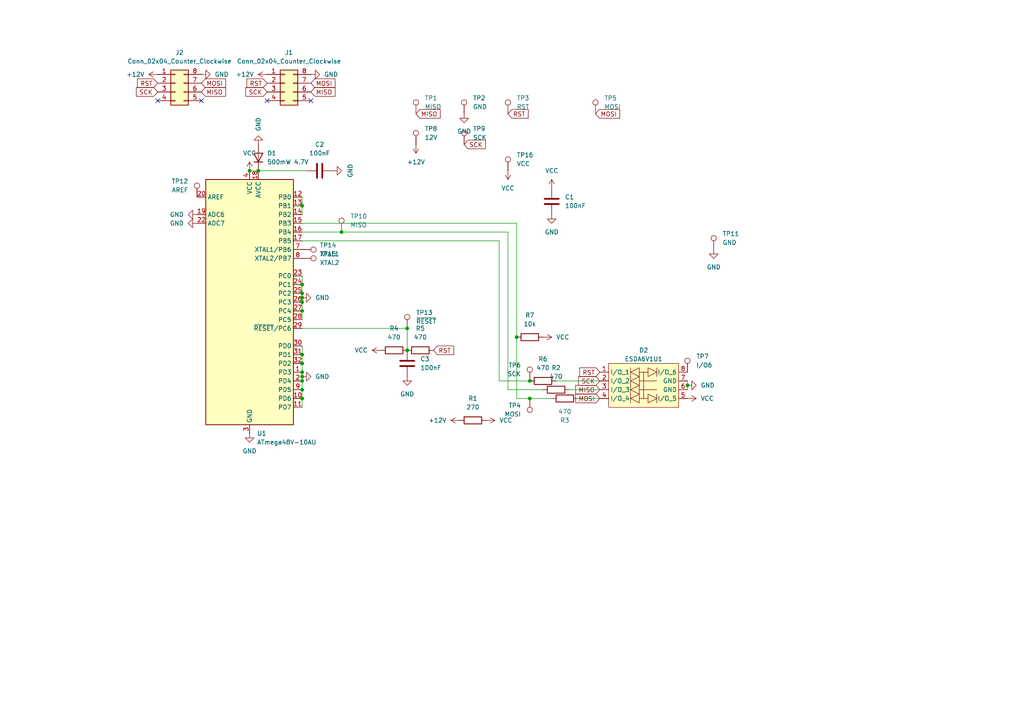
<source format=kicad_sch>
(kicad_sch (version 20250114) (generator "eeschema") (generator_version "9.0")
  (paper "A4")
  (lib_symbols
    (symbol "Connector:TestPoint" (pin_numbers (hide yes)) (pin_names (offset 0.762) (hide yes))
      (property "Reference" "TP" (at 0 6.858 0))
      (property "Value" "TestPoint" (at 0 5.08 0))
      (symbol "TestPoint_0_1"
        (circle (center 0 3.302) (radius 0.762))
      )
      (symbol "TestPoint_1_1"
        (pin passive line (at 0 0 90) (length 2.54) (name "1") (number "1"))
      )
    )
    (symbol "Connector_Generic:Conn_02x04_Counter_Clockwise" (pin_names (offset 1.016) (hide yes))
      (property "Reference" "J" (at 1.27 5.08 0))
      (property "Value" "Conn_02x04_Counter_Clockwise" (at 1.27 -7.62 0))
      (symbol "Conn_02x04_Counter_Clockwise_1_1"
        (rectangle (start -1.27 3.81) (end 3.81 -6.35) (stroke (width 0.254)) (fill (type background)))
        (rectangle (start -1.27 2.667) (end 0 2.413) (stroke (width 0.1524)))
        (rectangle (start -1.27 0.127) (end 0 -0.127) (stroke (width 0.1524)))
        (rectangle (start -1.27 -2.413) (end 0 -2.667) (stroke (width 0.1524)))
        (rectangle (start -1.27 -4.953) (end 0 -5.207) (stroke (width 0.1524)))
        (rectangle (start 3.81 2.667) (end 2.54 2.413) (stroke (width 0.1524)))
        (rectangle (start 3.81 0.127) (end 2.54 -0.127) (stroke (width 0.1524)))
        (rectangle (start 3.81 -2.413) (end 2.54 -2.667) (stroke (width 0.1524)))
        (rectangle (start 3.81 -4.953) (end 2.54 -5.207) (stroke (width 0.1524)))
        (pin passive line (at -5.08 2.54 0) (length 3.81) (name "Pin_1") (number "1"))
        (pin passive line (at -5.08 0 0) (length 3.81) (name "Pin_2") (number "2"))
        (pin passive line (at -5.08 -2.54 0) (length 3.81) (name "Pin_3") (number "3"))
        (pin passive line (at -5.08 -5.08 0) (length 3.81) (name "Pin_4") (number "4"))
        (pin passive line (at 7.62 2.54 180) (length 3.81) (name "Pin_8") (number "8"))
        (pin passive line (at 7.62 0 180) (length 3.81) (name "Pin_7") (number "7"))
        (pin passive line (at 7.62 -2.54 180) (length 3.81) (name "Pin_6") (number "6"))
        (pin passive line (at 7.62 -5.08 180) (length 3.81) (name "Pin_5") (number "5"))
      )
    )
    (symbol "Device:C" (pin_numbers (hide yes)) (pin_names (offset 0.254))
      (property "Reference" "C" (at 0.635 2.54 0))
      (property "Value" "C" (at 0.635 -2.54 0))
      (symbol "C_0_1"
        (polyline (pts (xy -2.032 0.762) (xy 2.032 0.762)) (stroke (width 0.508)))
        (polyline (pts (xy -2.032 -0.762) (xy 2.032 -0.762)) (stroke (width 0.508)))
      )
      (symbol "C_1_1"
        (pin passive line (at 0 3.81 270) (length 2.794) (name "~") (number "1"))
        (pin passive line (at 0 -3.81 90) (length 2.794) (name "~") (number "2"))
      )
    )
    (symbol "Device:D" (pin_numbers (hide yes)) (pin_names (offset 1.016) (hide yes))
      (property "Reference" "D" (at 0 2.54 0))
      (property "Value" "D" (at 0 -2.54 0))
      (symbol "D_0_1"
        (polyline (pts (xy -1.27 1.27) (xy -1.27 -1.27)) (stroke (width 0.254)))
        (polyline (pts (xy 1.27 1.27) (xy 1.27 -1.27) (xy -1.27 0) (xy 1.27 1.27)) (stroke (width 0.254)))
        (polyline (pts (xy 1.27 0) (xy -1.27 0)))
      )
      (symbol "D_1_1"
        (pin passive line (at -3.81 0 0) (length 2.54) (name "K") (number "1"))
        (pin passive line (at 3.81 0 180) (length 2.54) (name "A") (number "2"))
      )
    )
    (symbol "Device:R" (pin_numbers (hide yes)) (pin_names (offset 0))
      (property "Reference" "R" (at 2.032 0 90))
      (property "Value" "R" (at 0 0 90))
      (symbol "R_0_1"
        (rectangle (start -1.016 -2.54) (end 1.016 2.54) (stroke (width 0.254)))
      )
      (symbol "R_1_1"
        (pin passive line (at 0 3.81 270) (length 1.27) (name "~") (number "1"))
        (pin passive line (at 0 -3.81 90) (length 1.27) (name "~") (number "2"))
      )
    )
    (symbol "MCU_Microchip_ATmega:ATmega48-20A"
      (property "Reference" "U" (at -12.7 36.83 0))
      (property "Value" "ATmega48-20A" (at 2.54 -36.83 0))
      (symbol "ATmega48-20A_0_1"
        (rectangle (start -12.7 -35.56) (end 12.7 35.56) (stroke (width 0.254)) (fill (type background)))
      )
      (symbol "ATmega48-20A_1_1"
        (pin passive line (at -15.24 30.48 0) (length 2.54) (name "AREF") (number "20"))
        (pin input line (at -15.24 25.4 0) (length 2.54) (name "ADC6") (number "19"))
        (pin input line (at -15.24 22.86 0) (length 2.54) (name "ADC7") (number "22"))
        (pin power_in line (at 0 38.1 270) (length 2.54) (name "VCC") (number "4"))
        (pin passive line (at 0 38.1 270) (length 2.54) (hide yes) (name "VCC") (number "6"))
        (pin passive line (at 0 -38.1 90) (length 2.54) (hide yes) (name "GND") (number "21"))
        (pin power_in line (at 0 -38.1 90) (length 2.54) (name "GND") (number "3"))
        (pin passive line (at 0 -38.1 90) (length 2.54) (hide yes) (name "GND") (number "5"))
        (pin power_in line (at 2.54 38.1 270) (length 2.54) (name "AVCC") (number "18"))
        (pin bidirectional line (at 15.24 30.48 180) (length 2.54) (name "PB0") (number "12"))
        (pin bidirectional line (at 15.24 27.94 180) (length 2.54) (name "PB1") (number "13"))
        (pin bidirectional line (at 15.24 25.4 180) (length 2.54) (name "PB2") (number "14"))
        (pin bidirectional line (at 15.24 22.86 180) (length 2.54) (name "PB3") (number "15"))
        (pin bidirectional line (at 15.24 20.32 180) (length 2.54) (name "PB4") (number "16"))
        (pin bidirectional line (at 15.24 17.78 180) (length 2.54) (name "PB5") (number "17"))
        (pin bidirectional line (at 15.24 15.24 180) (length 2.54) (name "XTAL1/PB6") (number "7"))
        (pin bidirectional line (at 15.24 12.7 180) (length 2.54) (name "XTAL2/PB7") (number "8"))
        (pin bidirectional line (at 15.24 7.62 180) (length 2.54) (name "PC0") (number "23"))
        (pin bidirectional line (at 15.24 5.08 180) (length 2.54) (name "PC1") (number "24"))
        (pin bidirectional line (at 15.24 2.54 180) (length 2.54) (name "PC2") (number "25"))
        (pin bidirectional line (at 15.24 0 180) (length 2.54) (name "PC3") (number "26"))
        (pin bidirectional line (at 15.24 -2.54 180) (length 2.54) (name "PC4") (number "27"))
        (pin bidirectional line (at 15.24 -5.08 180) (length 2.54) (name "PC5") (number "28"))
        (pin bidirectional line (at 15.24 -7.62 180) (length 2.54) (name "~{RESET}/PC6") (number "29"))
        (pin bidirectional line (at 15.24 -12.7 180) (length 2.54) (name "PD0") (number "30"))
        (pin bidirectional line (at 15.24 -15.24 180) (length 2.54) (name "PD1") (number "31"))
        (pin bidirectional line (at 15.24 -17.78 180) (length 2.54) (name "PD2") (number "32"))
        (pin bidirectional line (at 15.24 -20.32 180) (length 2.54) (name "PD3") (number "1"))
        (pin bidirectional line (at 15.24 -22.86 180) (length 2.54) (name "PD4") (number "2"))
        (pin bidirectional line (at 15.24 -25.4 180) (length 2.54) (name "PD5") (number "9"))
        (pin bidirectional line (at 15.24 -27.94 180) (length 2.54) (name "PD6") (number "10"))
        (pin bidirectional line (at 15.24 -30.48 180) (length 2.54) (name "PD7") (number "11"))
      )
    )
    (symbol "Protection:ESDA6V1U1"
      (property "Reference" "D" (at 0 1.27 0))
      (symbol "ESDA6V1U1_0_0"
        (pin unspecified line (at -12.7 -2.54 0) (length 2.54) (name "I/O_1") (number "1"))
        (pin unspecified line (at -12.7 -5.08 0) (length 2.54) (name "I/O_2") (number "2"))
        (pin unspecified line (at -12.7 -7.62 0) (length 2.54) (name "I/O_3") (number "3"))
        (pin unspecified line (at -12.7 -10.16 0) (length 2.54) (name "I/O_4") (number "4"))
        (pin unspecified line (at 12.7 -2.54 180) (length 2.54) (name "I/O_6") (number "8"))
        (pin power_in line (at 12.7 -5.08 180) (length 2.54) (name "GND") (number "7"))
        (pin power_in line (at 12.7 -7.62 180) (length 2.54) (name "GND") (number "6"))
        (pin unspecified line (at 12.7 -10.16 180) (length 2.54) (name "I/O_5") (number "5"))
      )
      (symbol "ESDA6V1U1_0_1"
        (polyline (pts (xy -3.81 -1.27) (xy -3.81 -3.81)))
        (polyline (pts (xy -3.81 -3.81) (xy -3.81 -6.35)))
        (polyline (pts (xy -3.81 -6.35) (xy -3.81 -8.89)))
        (polyline (pts (xy -3.81 -8.89) (xy -3.81 -11.43)))
        (polyline (pts (xy -1.27 -1.27) (xy -1.27 -3.81) (xy -3.81 -2.54) (xy -1.27 -1.27)))
        (polyline (pts (xy -1.27 -2.54) (xy 1.27 -2.54)))
        (polyline (pts (xy -1.27 -3.81) (xy -1.27 -6.35) (xy -3.81 -5.08) (xy -1.27 -3.81)))
        (polyline (pts (xy -1.27 -5.08) (xy 3.81 -5.08)))
        (polyline (pts (xy -1.27 -6.35) (xy -1.27 -8.89) (xy -3.81 -7.62) (xy -1.27 -6.35)))
        (polyline (pts (xy -1.27 -7.62) (xy 3.81 -7.62)))
        (polyline (pts (xy -1.27 -8.89) (xy -1.27 -11.43) (xy -3.81 -10.16) (xy -1.27 -8.89)))
        (polyline (pts (xy -1.27 -10.16) (xy 1.27 -10.16)))
        (polyline (pts (xy 0 -10.16) (xy 0 -2.54)))
        (polyline (pts (xy 1.27 -3.81) (xy 1.27 -1.27) (xy 3.81 -2.54) (xy 1.27 -3.81)))
        (polyline (pts (xy 1.27 -11.43) (xy 1.27 -8.89) (xy 3.81 -10.16) (xy 1.27 -11.43)))
        (polyline (pts (xy 3.81 -3.81) (xy 3.81 -1.27)))
        (polyline (pts (xy 3.81 -11.43) (xy 3.81 -8.89)))
      )
      (symbol "ESDA6V1U1_1_1"
        (rectangle (start -10.16 0) (end 10.16 -12.7) (fill (type background)))
      )
    )
    (symbol "power:+12V" (power) (pin_numbers (hide yes)) (pin_names (offset 0) (hide yes))
      (property "Value" "+12V" (at 0 3.556 0))
      (symbol "+12V_0_1"
        (polyline (pts (xy -0.762 1.27) (xy 0 2.54)))
        (polyline (pts (xy 0 2.54) (xy 0.762 1.27)))
        (polyline (pts (xy 0 0) (xy 0 2.54)))
      )
      (symbol "+12V_1_1"
        (pin power_in line (at 0 0 90) (length 0) (name "~") (number "1"))
      )
    )
    (symbol "power:GND" (power) (pin_numbers (hide yes)) (pin_names (offset 0) (hide yes))
      (property "Value" "GND" (at 0 -3.81 0))
      (symbol "GND_0_1"
        (polyline (pts (xy 0 0) (xy 0 -1.27) (xy 1.27 -1.27) (xy 0 -2.54) (xy -1.27 -1.27) (xy 0 -1.27)))
      )
      (symbol "GND_1_1"
        (pin power_in line (at 0 0 270) (length 0) (name "~") (number "1"))
      )
    )
    (symbol "power:VCC" (power) (pin_numbers (hide yes)) (pin_names (offset 0) (hide yes))
      (property "Value" "VCC" (at 0 3.556 0))
      (symbol "VCC_0_1"
        (polyline (pts (xy -0.762 1.27) (xy 0 2.54)))
        (polyline (pts (xy 0 2.54) (xy 0.762 1.27)))
        (polyline (pts (xy 0 0) (xy 0 2.54)))
      )
      (symbol "VCC_1_1"
        (pin power_in line (at 0 0 90) (length 0) (name "~") (number "1"))
      )
    )
  )
  (junction (at 118.11 101.6))
  (junction (at 87.63 115.57))
  (junction (at 153.67 115.57))
  (junction (at 87.63 102.87))
  (junction (at 87.63 86.36))
  (junction (at 87.63 110.49))
  (junction (at 118.11 95.25))
  (junction (at 199.39 111.76))
  (junction (at 87.63 87.63))
  (junction (at 87.63 82.55))
  (junction (at 99.06 67.31))
  (junction (at 153.67 110.49))
  (junction (at 87.63 90.17))
  (junction (at 149.86 97.79))
  (junction (at 87.63 107.95))
  (junction (at 72.39 49.53))
  (junction (at 87.63 59.69))
  (junction (at 74.93 49.53))
  (junction (at 87.63 105.41))
  (junction (at 87.63 109.22))
  (junction (at 87.63 113.03))
  (junction (at 87.63 85.09))
  (no_connect (at 58.42 29.21))
  (no_connect (at 90.17 29.21))
  (no_connect (at 77.47 29.21))
  (no_connect (at 45.72 29.21))
  (wire (pts (xy 87.63 67.31) (xy 99.06 67.31)))
  (wire (pts (xy 72.39 49.53) (xy 74.93 49.53)))
  (wire (pts (xy 99.06 67.31) (xy 147.32 67.31)))
  (wire (pts (xy 157.48 113.03) (xy 147.32 113.03)))
  (wire (pts (xy 87.63 87.63) (xy 87.63 90.17)))
  (wire (pts (xy 199.39 111.76) (xy 199.39 113.03)))
  (wire (pts (xy 87.63 102.87) (xy 87.63 105.41)))
  (wire (pts (xy 160.02 115.57) (xy 153.67 115.57)))
  (wire (pts (xy 87.63 86.36) (xy 87.63 87.63)))
  (wire (pts (xy 87.63 115.57) (xy 87.63 118.11)))
  (wire (pts (xy 165.1 113.03) (xy 173.99 113.03)))
  (wire (pts (xy 87.63 100.33) (xy 87.63 102.87)))
  (wire (pts (xy 87.63 90.17) (xy 87.63 92.71)))
  (wire (pts (xy 74.93 49.53) (xy 88.9 49.53)))
  (wire (pts (xy 147.32 67.31) (xy 147.32 113.03)))
  (wire (pts (xy 87.63 95.25) (xy 118.11 95.25)))
  (wire (pts (xy 118.11 95.25) (xy 118.11 101.6)))
  (wire (pts (xy 149.86 64.77) (xy 87.63 64.77)))
  (wire (pts (xy 87.63 82.55) (xy 87.63 85.09)))
  (wire (pts (xy 153.67 115.57) (xy 149.86 115.57)))
  (wire (pts (xy 167.64 115.57) (xy 173.99 115.57)))
  (wire (pts (xy 149.86 97.79) (xy 149.86 64.77)))
  (wire (pts (xy 199.39 110.49) (xy 199.39 111.76)))
  (wire (pts (xy 87.63 109.22) (xy 87.63 110.49)))
  (wire (pts (xy 87.63 57.15) (xy 87.63 59.69)))
  (wire (pts (xy 144.78 69.85) (xy 87.63 69.85)))
  (wire (pts (xy 87.63 107.95) (xy 87.63 105.41)))
  (wire (pts (xy 87.63 59.69) (xy 87.63 62.23)))
  (wire (pts (xy 153.67 110.49) (xy 144.78 110.49)))
  (wire (pts (xy 149.86 115.57) (xy 149.86 97.79)))
  (wire (pts (xy 87.63 113.03) (xy 87.63 115.57)))
  (wire (pts (xy 87.63 80.01) (xy 87.63 82.55)))
  (wire (pts (xy 144.78 110.49) (xy 144.78 69.85)))
  (wire (pts (xy 87.63 85.09) (xy 87.63 86.36)))
  (wire (pts (xy 87.63 110.49) (xy 87.63 113.03)))
  (wire (pts (xy 87.63 109.22) (xy 87.63 107.95)))
  (wire (pts (xy 161.29 110.49) (xy 173.99 110.49)))
  (global_label "MISO" (shape input) (at 173.99 113.03 180) (property "Intersheetrefs" "${INTERSHEET_REFS}" (effects (hide yes))))
  (global_label "RST" (shape input) (at 45.72 24.13 180) (property "Intersheetrefs" "${INTERSHEET_REFS}" (effects (hide yes))))
  (global_label "MOSI" (shape input) (at 173.99 115.57 180) (property "Intersheetrefs" "${INTERSHEET_REFS}" (effects (hide yes))))
  (global_label "MOSI" (shape input) (at 90.17 24.13 0) (property "Intersheetrefs" "${INTERSHEET_REFS}" (effects (hide yes))))
  (global_label "RST" (shape input) (at 147.32 33.02 0) (property "Intersheetrefs" "${INTERSHEET_REFS}" (effects (hide yes))))
  (global_label "SCK" (shape input) (at 173.99 110.49 180) (property "Intersheetrefs" "${INTERSHEET_REFS}" (effects (hide yes))))
  (global_label "MOSI" (shape input) (at 172.72 33.02 0) (property "Intersheetrefs" "${INTERSHEET_REFS}" (effects (hide yes))))
  (global_label "SCK" (shape input) (at 77.47 26.67 180) (property "Intersheetrefs" "${INTERSHEET_REFS}" (effects (hide yes))))
  (global_label "MISO" (shape input) (at 90.17 26.67 0) (property "Intersheetrefs" "${INTERSHEET_REFS}" (effects (hide yes))))
  (global_label "RST" (shape input) (at 173.99 107.95 180) (property "Intersheetrefs" "${INTERSHEET_REFS}" (effects (hide yes))))
  (global_label "MOSI" (shape input) (at 58.42 24.13 0) (property "Intersheetrefs" "${INTERSHEET_REFS}" (effects (hide yes))))
  (global_label "RST" (shape input) (at 125.73 101.6 0) (property "Intersheetrefs" "${INTERSHEET_REFS}" (effects (hide yes))))
  (global_label "SCK" (shape input) (at 134.62 41.91 0) (property "Intersheetrefs" "${INTERSHEET_REFS}" (effects (hide yes))))
  (global_label "SCK" (shape input) (at 45.72 26.67 180) (property "Intersheetrefs" "${INTERSHEET_REFS}" (effects (hide yes))))
  (global_label "MISO" (shape input) (at 120.65 33.02 0) (property "Intersheetrefs" "${INTERSHEET_REFS}" (effects (hide yes))))
  (global_label "MISO" (shape input) (at 58.42 26.67 0) (property "Intersheetrefs" "${INTERSHEET_REFS}" (effects (hide yes))))
  (global_label "RST" (shape input) (at 77.47 24.13 180) (property "Intersheetrefs" "${INTERSHEET_REFS}" (effects (hide yes))))
  (symbol (lib_id "power:+12V") (at 45.72 21.59 90) (unit 1)
    (property "Reference" "#PWR01" (effects (hide yes)))
    (property "Value" "+12V" (at 41.91 21.5899 90) (effects (justify left)))
    (property "Description" "Power symbol creates a global label with name \"+12V\"" (effects (hide yes)))
  )
  (symbol (lib_id "Connector:TestPoint") (at 147.32 33.02 0) (unit 1)
    (property "Reference" "TP3" (at 149.86 28.4479 0) (effects (justify left)))
    (property "Value" "RST" (at 149.86 30.9879 0) (effects (justify left)))
    (property "Footprint" "TestPoint:TestPoint_Pad_D1.5mm" (effects (hide yes)))
    (property "Description" "test point" (effects (hide yes)))
  )
  (symbol (lib_id "Device:R") (at 163.83 115.57 270) (unit 1)
    (property "Reference" "R3" (at 163.83 121.92 90))
    (property "Value" "470" (at 163.83 119.38 90))
    (property "Footprint" "Resistor_SMD:R_0603_1608Metric_Pad0.98x0.95mm_HandSolder" (effects (hide yes)))
    (property "Description" "Resistor" (effects (hide yes)))
  )
  (symbol (lib_id "power:GND") (at 207.01 72.39 0) (unit 1)
    (property "Reference" "#PWR023" (effects (hide yes)))
    (property "Value" "GND" (at 207.01 77.47 0))
    (property "Description" "Power symbol creates a global label with name \"GND\" , ground" (effects (hide yes)))
  )
  (symbol (lib_id "power:+12V") (at 77.47 21.59 90) (unit 1)
    (property "Reference" "#PWR02" (effects (hide yes)))
    (property "Value" "+12V" (at 73.66 21.5899 90) (effects (justify left)))
    (property "Description" "Power symbol creates a global label with name \"+12V\"" (effects (hide yes)))
  )
  (symbol (lib_id "Connector:TestPoint") (at 57.15 57.15 0) (mirror y) (unit 1)
    (property "Reference" "TP12" (at 54.61 52.5779 0) (effects (justify left)))
    (property "Value" "AREF" (at 54.61 55.1179 0) (effects (justify left)))
    (property "Footprint" "TestPoint:TestPoint_Pad_D1.0mm" (effects (hide yes)))
    (property "Description" "test point" (effects (hide yes)))
  )
  (symbol (lib_id "power:GND") (at 90.17 21.59 90) (unit 1)
    (property "Reference" "#PWR05" (effects (hide yes)))
    (property "Value" "GND" (at 93.98 21.5899 90) (effects (justify right)))
    (property "Description" "Power symbol creates a global label with name \"GND\" , ground" (effects (hide yes)))
  )
  (symbol (lib_id "Connector:TestPoint") (at 99.06 67.31 0) (unit 1)
    (property "Reference" "TP10" (at 101.6 62.7379 0) (effects (justify left)))
    (property "Value" "MISO" (at 101.6 65.2779 0) (effects (justify left)))
    (property "Footprint" "TestPoint:TestPoint_Pad_D1.0mm" (effects (hide yes)))
    (property "Description" "test point" (effects (hide yes)))
  )
  (symbol (lib_id "Connector:TestPoint") (at 147.32 49.53 0) (unit 1)
    (property "Reference" "TP16" (at 149.86 44.9579 0) (effects (justify left)))
    (property "Value" "VCC" (at 149.86 47.4979 0) (effects (justify left)))
    (property "Footprint" "TestPoint:TestPoint_Pad_D1.5mm" (effects (hide yes)))
    (property "Description" "test point" (effects (hide yes)))
  )
  (symbol (lib_id "power:GND") (at 160.02 62.23 0) (unit 1)
    (property "Reference" "#PWR012" (effects (hide yes)))
    (property "Value" "GND" (at 160.02 67.31 0))
    (property "Description" "Power symbol creates a global label with name \"GND\" , ground" (effects (hide yes)))
  )
  (symbol (lib_id "power:GND") (at 74.93 41.91 0) (mirror x) (unit 1)
    (property "Reference" "#PWR024" (effects (hide yes)))
    (property "Value" "GND" (at 74.9301 38.1 90) (effects (justify right)))
    (property "Description" "Power symbol creates a global label with name \"GND\" , ground" (effects (hide yes)))
  )
  (symbol (lib_id "Connector_Generic:Conn_02x04_Counter_Clockwise") (at 50.8 24.13 0) (unit 1) (in_bom no)
    (property "Reference" "J2" (at 52.07 15.24 0))
    (property "Value" "Conn_02x04_Counter_Clockwise" (at 52.07 17.78 0))
    (property "Footprint" "SIM:ZLK" (effects (hide yes)))
    (property "Description" "Generic connector, double row, 02x04, counter clockwise pin numbering scheme (similar to DIP package numbering), script generated (kicad-library-utils/schlib/autogen/connector/)" (effects (hide yes)))
  )
  (symbol (lib_id "Connector_Generic:Conn_02x04_Counter_Clockwise") (at 82.55 24.13 0) (unit 1) (in_bom no)
    (property "Reference" "J1" (at 83.82 15.24 0))
    (property "Value" "Conn_02x04_Counter_Clockwise" (at 83.82 17.78 0))
    (property "Footprint" "SIM:ZLK" (effects (hide yes)))
    (property "Description" "Generic connector, double row, 02x04, counter clockwise pin numbering scheme (similar to DIP package numbering), script generated (kicad-library-utils/schlib/autogen/connector/)" (effects (hide yes)))
  )
  (symbol (lib_id "power:GND") (at 118.11 109.22 0) (unit 1)
    (property "Reference" "#PWR011" (effects (hide yes)))
    (property "Value" "GND" (at 118.11 114.3 0))
    (property "Description" "Power symbol creates a global label with name \"GND\" , ground" (effects (hide yes)))
  )
  (symbol (lib_id "power:GND") (at 87.63 86.36 90) (unit 1)
    (property "Reference" "#PWR016" (effects (hide yes)))
    (property "Value" "GND" (at 91.44 86.3599 90) (effects (justify right)))
    (property "Description" "Power symbol creates a global label with name \"GND\" , ground" (effects (hide yes)))
  )
  (symbol (lib_id "power:+12V") (at 120.65 41.91 180) (unit 1)
    (property "Reference" "#PWR08" (effects (hide yes)))
    (property "Value" "+12V" (at 120.65 46.99 0))
    (property "Description" "Power symbol creates a global label with name \"+12V\"" (effects (hide yes)))
  )
  (symbol (lib_id "Connector:TestPoint") (at 153.67 115.57 0) (mirror x) (unit 1)
    (property "Reference" "TP4" (at 151.13 117.6019 0) (effects (justify right)))
    (property "Value" "MOSI" (at 151.13 120.1419 0) (effects (justify right)))
    (property "Footprint" "TestPoint:TestPoint_Pad_D1.5mm" (effects (hide yes)))
    (property "Description" "test point" (effects (hide yes)))
  )
  (symbol (lib_id "Connector:TestPoint") (at 120.65 33.02 0) (unit 1)
    (property "Reference" "TP1" (at 123.19 28.4479 0) (effects (justify left)))
    (property "Value" "MISO" (at 123.19 30.9879 0) (effects (justify left)))
    (property "Footprint" "TestPoint:TestPoint_Pad_D1.5mm" (effects (hide yes)))
    (property "Description" "test point" (effects (hide yes)))
  )
  (symbol (lib_id "Device:R") (at 157.48 110.49 270) (mirror x) (unit 1)
    (property "Reference" "R6" (at 157.48 104.14 90))
    (property "Value" "470" (at 157.48 106.68 90))
    (property "Footprint" "Resistor_SMD:R_0603_1608Metric_Pad0.98x0.95mm_HandSolder" (effects (hide yes)))
    (property "Description" "Resistor" (effects (hide yes)))
  )
  (symbol (lib_id "power:GND") (at 57.15 64.77 270) (unit 1)
    (property "Reference" "#PWR017" (effects (hide yes)))
    (property "Value" "GND" (at 53.34 64.7699 90) (effects (justify right)))
    (property "Description" "Power symbol creates a global label with name \"GND\" , ground" (effects (hide yes)))
  )
  (symbol (lib_id "Connector:TestPoint") (at 87.63 72.39 270) (unit 1)
    (property "Reference" "TP14" (at 92.71 71.1199 90) (effects (justify left)))
    (property "Value" "XTAL1" (at 92.71 73.6599 90) (effects (justify left)))
    (property "Footprint" "TestPoint:TestPoint_Pad_D1.5mm" (effects (hide yes)))
    (property "Description" "test point" (effects (hide yes)))
  )
  (symbol (lib_id "power:VCC") (at 72.39 49.53 0) (unit 1)
    (property "Reference" "#PWR03" (effects (hide yes)))
    (property "Value" "VCC" (at 72.39 44.45 0))
    (property "Description" "Power symbol creates a global label with name \"VCC\"" (effects (hide yes)))
  )
  (symbol (lib_id "Device:R") (at 114.3 101.6 90) (unit 1)
    (property "Reference" "R4" (at 114.3 95.25 90))
    (property "Value" "470" (at 114.3 97.79 90))
    (property "Footprint" "Resistor_SMD:R_0603_1608Metric_Pad0.98x0.95mm_HandSolder" (effects (hide yes)))
    (property "Description" "Resistor" (effects (hide yes)))
  )
  (symbol (lib_id "Device:R") (at 137.16 121.92 90) (unit 1)
    (property "Reference" "R1" (at 137.16 115.57 90))
    (property "Value" "270" (at 137.16 118.11 90))
    (property "Footprint" "Resistor_SMD:R_0603_1608Metric_Pad0.98x0.95mm_HandSolder" (effects (hide yes)))
    (property "Description" "Resistor" (effects (hide yes)))
  )
  (symbol (lib_id "power:GND") (at 134.62 33.02 0) (unit 1)
    (property "Reference" "#PWR07" (effects (hide yes)))
    (property "Value" "GND" (at 134.62 38.1 0))
    (property "Description" "Power symbol creates a global label with name \"GND\" , ground" (effects (hide yes)))
  )
  (symbol (lib_id "Device:C") (at 118.11 105.41 0) (unit 1)
    (property "Reference" "C3" (at 121.92 104.1399 0) (effects (justify left)))
    (property "Value" "100nF" (at 121.92 106.6799 0) (effects (justify left)))
    (property "Footprint" "Capacitor_SMD:C_0805_2012Metric_Pad1.18x1.45mm_HandSolder" (effects (hide yes)))
    (property "Description" "Unpolarized capacitor" (effects (hide yes)))
  )
  (symbol (lib_id "power:GND") (at 199.39 111.76 90) (unit 1)
    (property "Reference" "#PWR022" (effects (hide yes)))
    (property "Value" "GND" (at 203.2 111.7599 90) (effects (justify right)))
    (property "Description" "Power symbol creates a global label with name \"GND\" , ground" (effects (hide yes)))
  )
  (symbol (lib_id "MCU_Microchip_ATmega:ATmega48-20A") (at 72.39 87.63 0) (unit 1)
    (property "Reference" "U1" (at 74.5333 125.73 0) (effects (justify left)))
    (property "Value" "ATmega48V-10AU" (at 74.5333 128.27 0) (effects (justify left)))
    (property "Footprint" "Package_QFP:TQFP-32_7x7mm_P0.8mm" (effects (hide yes)))
    (property "Datasheet" "http://ww1.microchip.com/downloads/en/DeviceDoc/Atmel-2545-8-bit-AVR-Microcontroller-ATmega48-88-168_Datasheet.pdf" (effects (hide yes)))
    (property "Description" "20MHz, 4kB Flash, 512B SRAM, 256B EEPROM, TQFP-32" (effects (hide yes)))
  )
  (symbol (lib_id "Device:D") (at 74.93 45.72 270) (mirror x) (unit 1)
    (property "Reference" "D1" (at 77.47 44.4499 90) (effects (justify left)))
    (property "Value" "500mW 4.7V" (at 77.47 46.9899 90) (effects (justify left)))
    (property "Footprint" "Diode_SMD:D_SOD-123" (effects (hide yes)))
    (property "Description" "Diode" (effects (hide yes)))
    (property "Sim.Device" "D" (effects (hide yes)))
    (property "Sim.Pins" "1=K 2=A" (effects (hide yes)))
  )
  (symbol (lib_id "Connector:TestPoint") (at 134.62 33.02 0) (unit 1)
    (property "Reference" "TP2" (at 137.16 28.4479 0) (effects (justify left)))
    (property "Value" "GND" (at 137.16 30.9879 0) (effects (justify left)))
    (property "Footprint" "TestPoint:TestPoint_Pad_D1.5mm" (effects (hide yes)))
    (property "Description" "test point" (effects (hide yes)))
  )
  (symbol (lib_id "Connector:TestPoint") (at 118.11 95.25 0) (unit 1)
    (property "Reference" "TP13" (at 120.65 90.6779 0) (effects (justify left)))
    (property "Value" "~{RESET}" (at 120.65 93.2179 0) (effects (justify left)))
    (property "Footprint" "TestPoint:TestPoint_Pad_D1.5mm" (effects (hide yes)))
    (property "Description" "test point" (effects (hide yes)))
  )
  (symbol (lib_id "Connector:TestPoint") (at 153.67 110.49 0) (mirror y) (unit 1)
    (property "Reference" "TP6" (at 151.13 105.9179 0) (effects (justify left)))
    (property "Value" "SCK" (at 151.13 108.4579 0) (effects (justify left)))
    (property "Footprint" "TestPoint:TestPoint_Pad_D1.5mm" (effects (hide yes)))
    (property "Description" "test point" (effects (hide yes)))
  )
  (symbol (lib_id "Device:R") (at 153.67 97.79 270) (mirror x) (unit 1)
    (property "Reference" "R7" (at 153.67 91.44 90))
    (property "Value" "10k" (at 153.67 93.98 90))
    (property "Footprint" "Resistor_SMD:R_0603_1608Metric_Pad0.98x0.95mm_HandSolder" (effects (hide yes)))
    (property "Description" "Resistor" (effects (hide yes)))
  )
  (symbol (lib_id "power:+12V") (at 133.35 121.92 90) (unit 1)
    (property "Reference" "#PWR019" (effects (hide yes)))
    (property "Value" "+12V" (at 129.54 121.9199 90) (effects (justify left)))
    (property "Description" "Power symbol creates a global label with name \"+12V\"" (effects (hide yes)))
  )
  (symbol (lib_id "power:VCC") (at 157.48 97.79 270) (unit 1)
    (property "Reference" "#PWR025" (effects (hide yes)))
    (property "Value" "VCC" (at 161.29 97.7899 90) (effects (justify left)))
    (property "Description" "Power symbol creates a global label with name \"VCC\"" (effects (hide yes)))
  )
  (symbol (lib_id "power:VCC") (at 140.97 121.92 270) (unit 1)
    (property "Reference" "#PWR09" (effects (hide yes)))
    (property "Value" "VCC" (at 144.78 121.9199 90) (effects (justify left)))
    (property "Description" "Power symbol creates a global label with name \"VCC\"" (effects (hide yes)))
  )
  (symbol (lib_id "power:GND") (at 57.15 62.23 270) (unit 1)
    (property "Reference" "#PWR020" (effects (hide yes)))
    (property "Value" "GND" (at 53.34 62.2299 90) (effects (justify right)))
    (property "Description" "Power symbol creates a global label with name \"GND\" , ground" (effects (hide yes)))
  )
  (symbol (lib_id "Connector:TestPoint") (at 207.01 72.39 0) (unit 1)
    (property "Reference" "TP11" (at 209.55 67.8179 0) (effects (justify left)))
    (property "Value" "GND" (at 209.55 70.3579 0) (effects (justify left)))
    (property "Footprint" "TestPoint:TestPoint_Pad_D1.5mm" (effects (hide yes)))
    (property "Description" "test point" (effects (hide yes)))
  )
  (symbol (lib_id "power:GND") (at 58.42 21.59 90) (unit 1)
    (property "Reference" "#PWR06" (effects (hide yes)))
    (property "Value" "GND" (at 62.23 21.5899 90) (effects (justify right)))
    (property "Description" "Power symbol creates a global label with name \"GND\" , ground" (effects (hide yes)))
  )
  (symbol (lib_id "Device:C") (at 92.71 49.53 90) (unit 1)
    (property "Reference" "C2" (at 92.71 41.91 90))
    (property "Value" "100nF" (at 92.71 44.45 90))
    (property "Footprint" "Capacitor_SMD:C_0805_2012Metric_Pad1.18x1.45mm_HandSolder" (effects (hide yes)))
    (property "Description" "Unpolarized capacitor" (effects (hide yes)))
  )
  (symbol (lib_id "power:GND") (at 72.39 125.73 0) (unit 1)
    (property "Reference" "#PWR04" (effects (hide yes)))
    (property "Value" "GND" (at 72.39 130.81 0))
    (property "Description" "Power symbol creates a global label with name \"GND\" , ground" (effects (hide yes)))
  )
  (symbol (lib_id "Device:C") (at 160.02 58.42 0) (unit 1)
    (property "Reference" "C1" (at 163.83 57.1499 0) (effects (justify left)))
    (property "Value" "100nF" (at 163.83 59.6899 0) (effects (justify left)))
    (property "Footprint" "Capacitor_SMD:C_0805_2012Metric_Pad1.18x1.45mm_HandSolder" (effects (hide yes)))
    (property "Description" "Unpolarized capacitor" (effects (hide yes)))
  )
  (symbol (lib_id "power:VCC") (at 110.49 101.6 90) (unit 1)
    (property "Reference" "#PWR015" (effects (hide yes)))
    (property "Value" "VCC" (at 106.68 101.5999 90) (effects (justify left)))
    (property "Description" "Power symbol creates a global label with name \"VCC\"" (effects (hide yes)))
  )
  (symbol (lib_id "Connector:TestPoint") (at 172.72 33.02 0) (unit 1)
    (property "Reference" "TP5" (at 175.26 28.4479 0) (effects (justify left)))
    (property "Value" "MOSI" (at 175.26 30.9879 0) (effects (justify left)))
    (property "Footprint" "TestPoint:TestPoint_Pad_D1.5mm" (effects (hide yes)))
    (property "Description" "test point" (effects (hide yes)))
  )
  (symbol (lib_id "Connector:TestPoint") (at 134.62 41.91 0) (unit 1)
    (property "Reference" "TP9" (at 137.16 37.3379 0) (effects (justify left)))
    (property "Value" "SCK" (at 137.16 39.8779 0) (effects (justify left)))
    (property "Footprint" "TestPoint:TestPoint_Pad_D1.5mm" (effects (hide yes)))
    (property "Description" "test point" (effects (hide yes)))
  )
  (symbol (lib_id "Connector:TestPoint") (at 199.39 107.95 0) (unit 1)
    (property "Reference" "TP7" (at 201.93 103.3779 0) (effects (justify left)))
    (property "Value" "I/O6" (at 201.93 105.9179 0) (effects (justify left)))
    (property "Footprint" "TestPoint:TestPoint_Pad_D1.5mm" (effects (hide yes)))
    (property "Description" "test point" (effects (hide yes)))
  )
  (symbol (lib_id "power:GND") (at 96.52 49.53 90) (unit 1)
    (property "Reference" "#PWR010" (effects (hide yes)))
    (property "Value" "GND" (at 101.6 49.53 0))
    (property "Description" "Power symbol creates a global label with name \"GND\" , ground" (effects (hide yes)))
  )
  (symbol (lib_id "power:VCC") (at 147.32 49.53 180) (unit 1)
    (property "Reference" "#PWR018" (effects (hide yes)))
    (property "Value" "VCC" (at 147.32 54.61 0))
    (property "Description" "Power symbol creates a global label with name \"VCC\"" (effects (hide yes)))
  )
  (symbol (lib_id "Device:R") (at 121.92 101.6 90) (unit 1)
    (property "Reference" "R5" (at 121.92 95.25 90))
    (property "Value" "470" (at 121.92 97.79 90))
    (property "Footprint" "Resistor_SMD:R_0603_1608Metric_Pad0.98x0.95mm_HandSolder" (effects (hide yes)))
    (property "Description" "Resistor" (effects (hide yes)))
  )
  (symbol (lib_id "Connector:TestPoint") (at 120.65 41.91 0) (unit 1)
    (property "Reference" "TP8" (at 123.19 37.3379 0) (effects (justify left)))
    (property "Value" "12V" (at 123.19 39.8779 0) (effects (justify left)))
    (property "Footprint" "TestPoint:TestPoint_Pad_D1.5mm" (effects (hide yes)))
    (property "Description" "test point" (effects (hide yes)))
  )
  (symbol (lib_id "power:GND") (at 87.63 109.22 90) (unit 1)
    (property "Reference" "#PWR014" (effects (hide yes)))
    (property "Value" "GND" (at 91.44 109.2199 90) (effects (justify right)))
    (property "Description" "Power symbol creates a global label with name \"GND\" , ground" (effects (hide yes)))
  )
  (symbol (lib_id "Connector:TestPoint") (at 87.63 74.93 270) (unit 1)
    (property "Reference" "TP15" (at 92.71 73.6599 90) (effects (justify left)))
    (property "Value" "XTAL2" (at 92.71 76.1999 90) (effects (justify left)))
    (property "Footprint" "TestPoint:TestPoint_Pad_D1.5mm" (effects (hide yes)))
    (property "Description" "test point" (effects (hide yes)))
  )
  (symbol (lib_id "power:VCC") (at 160.02 54.61 0) (unit 1)
    (property "Reference" "#PWR013" (effects (hide yes)))
    (property "Value" "VCC" (at 160.02 49.53 0))
    (property "Description" "Power symbol creates a global label with name \"VCC\"" (effects (hide yes)))
  )
  (symbol (lib_id "Device:R") (at 161.29 113.03 270) (mirror x) (unit 1)
    (property "Reference" "R2" (at 161.29 106.68 90))
    (property "Value" "470" (at 161.29 109.22 90))
    (property "Footprint" "Resistor_SMD:R_0603_1608Metric_Pad0.98x0.95mm_HandSolder" (effects (hide yes)))
    (property "Description" "Resistor" (effects (hide yes)))
  )
  (symbol (lib_id "Protection:ESDA6V1U1") (at 186.69 105.41 0) (unit 1)
    (property "Reference" "D2" (at 186.69 101.6 0))
    (property "Value" "ESDA6V1U1" (at 186.69 104.14 0))
    (property "Footprint" "Package_SO:SO-8_3.9x4.9mm_P1.27mm" (effects (hide yes)))
    (property "Datasheet" "https://www.st.com/resource/en/datasheet/esda6v1u1.pdf" (effects (hide yes)))
  )
  (symbol (lib_id "power:VCC") (at 199.39 115.57 270) (unit 1)
    (property "Reference" "#PWR021" (effects (hide yes)))
    (property "Value" "VCC" (at 203.2 115.5699 90) (effects (justify left)))
    (property "Description" "Power symbol creates a global label with name \"VCC\"" (effects (hide yes)))
  )
)
</source>
